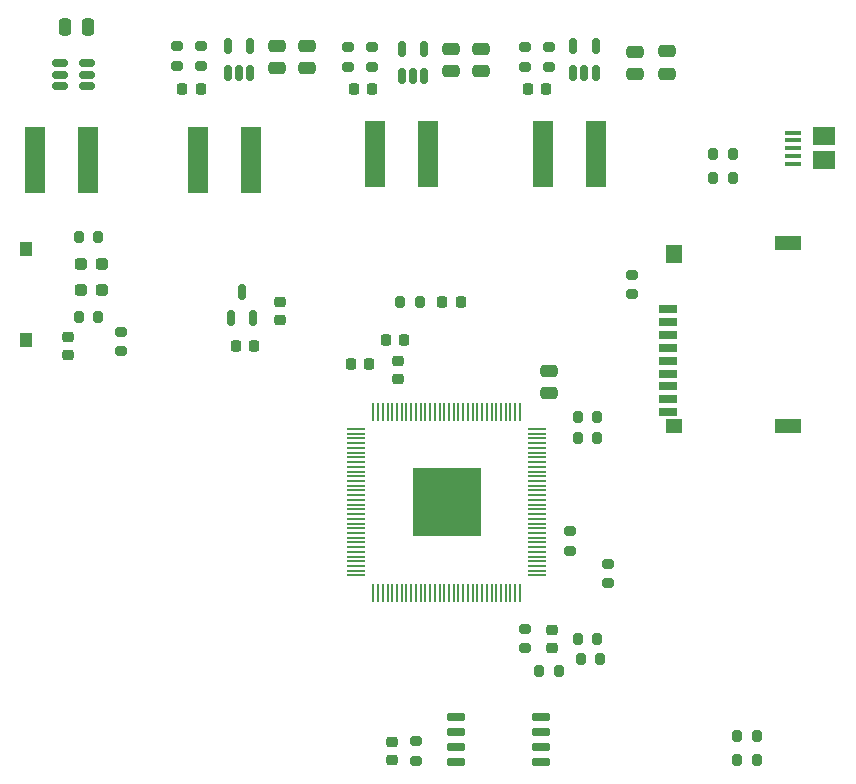
<source format=gtp>
G04 #@! TF.GenerationSoftware,KiCad,Pcbnew,8.0.8*
G04 #@! TF.CreationDate,2025-04-08T21:38:23+05:30*
G04 #@! TF.ProjectId,kaage_pi,6b616167-655f-4706-992e-6b696361645f,rev?*
G04 #@! TF.SameCoordinates,Original*
G04 #@! TF.FileFunction,Paste,Top*
G04 #@! TF.FilePolarity,Positive*
%FSLAX46Y46*%
G04 Gerber Fmt 4.6, Leading zero omitted, Abs format (unit mm)*
G04 Created by KiCad (PCBNEW 8.0.8) date 2025-04-08 21:38:23*
%MOMM*%
%LPD*%
G01*
G04 APERTURE LIST*
G04 Aperture macros list*
%AMRoundRect*
0 Rectangle with rounded corners*
0 $1 Rounding radius*
0 $2 $3 $4 $5 $6 $7 $8 $9 X,Y pos of 4 corners*
0 Add a 4 corners polygon primitive as box body*
4,1,4,$2,$3,$4,$5,$6,$7,$8,$9,$2,$3,0*
0 Add four circle primitives for the rounded corners*
1,1,$1+$1,$2,$3*
1,1,$1+$1,$4,$5*
1,1,$1+$1,$6,$7*
1,1,$1+$1,$8,$9*
0 Add four rect primitives between the rounded corners*
20,1,$1+$1,$2,$3,$4,$5,0*
20,1,$1+$1,$4,$5,$6,$7,0*
20,1,$1+$1,$6,$7,$8,$9,0*
20,1,$1+$1,$8,$9,$2,$3,0*%
G04 Aperture macros list end*
%ADD10R,1.000000X1.250000*%
%ADD11RoundRect,0.250000X0.475000X-0.250000X0.475000X0.250000X-0.475000X0.250000X-0.475000X-0.250000X0*%
%ADD12R,1.700000X5.700000*%
%ADD13RoundRect,0.200000X0.275000X-0.200000X0.275000X0.200000X-0.275000X0.200000X-0.275000X-0.200000X0*%
%ADD14RoundRect,0.150000X-0.512500X-0.150000X0.512500X-0.150000X0.512500X0.150000X-0.512500X0.150000X0*%
%ADD15RoundRect,0.200000X-0.275000X0.200000X-0.275000X-0.200000X0.275000X-0.200000X0.275000X0.200000X0*%
%ADD16RoundRect,0.200000X-0.200000X-0.275000X0.200000X-0.275000X0.200000X0.275000X-0.200000X0.275000X0*%
%ADD17RoundRect,0.225000X-0.250000X0.225000X-0.250000X-0.225000X0.250000X-0.225000X0.250000X0.225000X0*%
%ADD18RoundRect,0.225000X0.250000X-0.225000X0.250000X0.225000X-0.250000X0.225000X-0.250000X-0.225000X0*%
%ADD19RoundRect,0.250000X-0.475000X0.250000X-0.475000X-0.250000X0.475000X-0.250000X0.475000X0.250000X0*%
%ADD20RoundRect,0.150000X0.150000X-0.512500X0.150000X0.512500X-0.150000X0.512500X-0.150000X-0.512500X0*%
%ADD21RoundRect,0.225000X0.225000X0.250000X-0.225000X0.250000X-0.225000X-0.250000X0.225000X-0.250000X0*%
%ADD22RoundRect,0.150000X-0.650000X-0.150000X0.650000X-0.150000X0.650000X0.150000X-0.650000X0.150000X0*%
%ADD23RoundRect,0.200000X0.200000X0.275000X-0.200000X0.275000X-0.200000X-0.275000X0.200000X-0.275000X0*%
%ADD24RoundRect,0.237500X-0.287500X-0.237500X0.287500X-0.237500X0.287500X0.237500X-0.287500X0.237500X0*%
%ADD25RoundRect,0.225000X-0.225000X-0.250000X0.225000X-0.250000X0.225000X0.250000X-0.225000X0.250000X0*%
%ADD26R,1.350000X0.400000*%
%ADD27R,1.900000X1.500000*%
%ADD28RoundRect,0.250000X0.250000X0.475000X-0.250000X0.475000X-0.250000X-0.475000X0.250000X-0.475000X0*%
%ADD29R,1.600000X0.700000*%
%ADD30R,1.400000X1.200000*%
%ADD31R,2.200000X1.200000*%
%ADD32R,1.400000X1.600000*%
%ADD33RoundRect,0.062500X-0.675000X-0.062500X0.675000X-0.062500X0.675000X0.062500X-0.675000X0.062500X0*%
%ADD34RoundRect,0.062500X-0.062500X-0.675000X0.062500X-0.675000X0.062500X0.675000X-0.062500X0.675000X0*%
%ADD35R,5.720000X5.720000*%
G04 APERTURE END LIST*
D10*
X118500000Y-84250000D03*
X118500000Y-76500000D03*
D11*
X162750000Y-88700000D03*
X162750000Y-86800000D03*
D12*
X119250000Y-69000000D03*
X123750000Y-69000000D03*
D13*
X151500000Y-119825000D03*
X151500000Y-118175000D03*
D14*
X121362500Y-60800000D03*
X121362500Y-61750000D03*
X121362500Y-62700000D03*
X123637500Y-62700000D03*
X123637500Y-61750000D03*
X123637500Y-60800000D03*
D15*
X131250000Y-59350000D03*
X131250000Y-61000000D03*
D16*
X165175000Y-109500000D03*
X166825000Y-109500000D03*
D17*
X122000000Y-83975000D03*
X122000000Y-85525000D03*
D18*
X150000000Y-87525000D03*
X150000000Y-85975000D03*
D12*
X162250000Y-68500000D03*
X166750000Y-68500000D03*
D19*
X154500000Y-59550000D03*
X154500000Y-61450000D03*
D20*
X164800000Y-61637500D03*
X165750000Y-61637500D03*
X166700000Y-61637500D03*
X166700000Y-59362500D03*
X164800000Y-59362500D03*
D21*
X133275000Y-63000000D03*
X131725000Y-63000000D03*
D22*
X154900000Y-116095000D03*
X154900000Y-117365000D03*
X154900000Y-118635000D03*
X154900000Y-119905000D03*
X162100000Y-119905000D03*
X162100000Y-118635000D03*
X162100000Y-117365000D03*
X162100000Y-116095000D03*
D15*
X164500000Y-100425000D03*
X164500000Y-102075000D03*
D16*
X178675000Y-119750000D03*
X180325000Y-119750000D03*
D23*
X151825000Y-81000000D03*
X150175000Y-81000000D03*
D21*
X137775000Y-84750000D03*
X136225000Y-84750000D03*
D13*
X167750000Y-104825000D03*
X167750000Y-103175000D03*
D19*
X139750000Y-59300000D03*
X139750000Y-61200000D03*
D23*
X166825000Y-92500000D03*
X165175000Y-92500000D03*
D18*
X140000000Y-82525000D03*
X140000000Y-80975000D03*
D21*
X162525000Y-63000000D03*
X160975000Y-63000000D03*
D15*
X160750000Y-59425000D03*
X160750000Y-61075000D03*
D24*
X123125000Y-77750000D03*
X124875000Y-77750000D03*
D16*
X122925000Y-82250000D03*
X124575000Y-82250000D03*
D13*
X160750000Y-110325000D03*
X160750000Y-108675000D03*
D23*
X178325000Y-70500000D03*
X176675000Y-70500000D03*
D19*
X172750000Y-59750000D03*
X172750000Y-61650000D03*
D13*
X162750000Y-61075000D03*
X162750000Y-59425000D03*
D21*
X150500000Y-84250000D03*
X148950000Y-84250000D03*
D15*
X126500000Y-83500000D03*
X126500000Y-85150000D03*
D16*
X165425000Y-111250000D03*
X167075000Y-111250000D03*
D25*
X153725000Y-81000000D03*
X155275000Y-81000000D03*
D21*
X147550000Y-86250000D03*
X146000000Y-86250000D03*
D12*
X148000000Y-68500000D03*
X152500000Y-68500000D03*
D21*
X147775000Y-63000000D03*
X146225000Y-63000000D03*
D26*
X183380000Y-69270000D03*
X183380000Y-68620000D03*
X183380000Y-67970000D03*
X183380000Y-67320000D03*
X183380000Y-66670000D03*
D27*
X186080000Y-68970000D03*
X186080000Y-66970000D03*
D15*
X145750000Y-59425000D03*
X145750000Y-61075000D03*
D17*
X163000000Y-108725000D03*
X163000000Y-110275000D03*
D16*
X122925000Y-75500000D03*
X124575000Y-75500000D03*
D17*
X149500000Y-118225000D03*
X149500000Y-119775000D03*
D20*
X135800000Y-82387500D03*
X137700000Y-82387500D03*
X136750000Y-80112500D03*
D13*
X147750000Y-61075000D03*
X147750000Y-59425000D03*
D16*
X178675000Y-117750000D03*
X180325000Y-117750000D03*
D23*
X166825000Y-90750000D03*
X165175000Y-90750000D03*
D28*
X123700000Y-57750000D03*
X121800000Y-57750000D03*
D19*
X157000000Y-59550000D03*
X157000000Y-61450000D03*
D13*
X169750000Y-80325000D03*
X169750000Y-78675000D03*
D19*
X170000000Y-59800000D03*
X170000000Y-61700000D03*
D16*
X161925000Y-112250000D03*
X163575000Y-112250000D03*
D29*
X172850000Y-81550000D03*
X172850000Y-82650000D03*
X172850000Y-83750000D03*
X172850000Y-84850000D03*
X172850000Y-85950000D03*
D30*
X173350000Y-91500000D03*
D31*
X182950000Y-91500000D03*
D29*
X172850000Y-87050000D03*
D32*
X173350000Y-76900000D03*
D31*
X182950000Y-76000000D03*
D29*
X172850000Y-88150000D03*
X172850000Y-89250000D03*
X172850000Y-90350000D03*
D24*
X123125000Y-80000000D03*
X124875000Y-80000000D03*
D20*
X150300000Y-61887500D03*
X151250000Y-61887500D03*
X152200000Y-61887500D03*
X152200000Y-59612500D03*
X150300000Y-59612500D03*
X135550000Y-61637500D03*
X136500000Y-61637500D03*
X137450000Y-61637500D03*
X137450000Y-59362500D03*
X135550000Y-59362500D03*
D33*
X146425000Y-91750000D03*
X146425000Y-92150000D03*
X146425000Y-92550000D03*
X146425000Y-92950000D03*
X146425000Y-93350000D03*
X146425000Y-93750000D03*
X146425000Y-94150000D03*
X146425000Y-94550000D03*
X146425000Y-94950000D03*
X146425000Y-95350000D03*
X146425000Y-95750000D03*
X146425000Y-96150000D03*
X146425000Y-96550000D03*
X146425000Y-96950000D03*
X146425000Y-97350000D03*
X146425000Y-97750000D03*
X146425000Y-98150000D03*
X146425000Y-98550000D03*
X146425000Y-98950000D03*
X146425000Y-99350000D03*
X146425000Y-99750000D03*
X146425000Y-100150000D03*
X146425000Y-100550000D03*
X146425000Y-100950000D03*
X146425000Y-101350000D03*
X146425000Y-101750000D03*
X146425000Y-102150000D03*
X146425000Y-102550000D03*
X146425000Y-102950000D03*
X146425000Y-103350000D03*
X146425000Y-103750000D03*
X146425000Y-104150000D03*
D34*
X147887500Y-105612500D03*
X148287500Y-105612500D03*
X148687500Y-105612500D03*
X149087500Y-105612500D03*
X149487500Y-105612500D03*
X149887500Y-105612500D03*
X150287500Y-105612500D03*
X150687500Y-105612500D03*
X151087500Y-105612500D03*
X151487500Y-105612500D03*
X151887500Y-105612500D03*
X152287500Y-105612500D03*
X152687500Y-105612500D03*
X153087500Y-105612500D03*
X153487500Y-105612500D03*
X153887500Y-105612500D03*
X154287500Y-105612500D03*
X154687500Y-105612500D03*
X155087500Y-105612500D03*
X155487500Y-105612500D03*
X155887500Y-105612500D03*
X156287500Y-105612500D03*
X156687500Y-105612500D03*
X157087500Y-105612500D03*
X157487500Y-105612500D03*
X157887500Y-105612500D03*
X158287500Y-105612500D03*
X158687500Y-105612500D03*
X159087500Y-105612500D03*
X159487500Y-105612500D03*
X159887500Y-105612500D03*
X160287500Y-105612500D03*
D33*
X161750000Y-104150000D03*
X161750000Y-103750000D03*
X161750000Y-103350000D03*
X161750000Y-102950000D03*
X161750000Y-102550000D03*
X161750000Y-102150000D03*
X161750000Y-101750000D03*
X161750000Y-101350000D03*
X161750000Y-100950000D03*
X161750000Y-100550000D03*
X161750000Y-100150000D03*
X161750000Y-99750000D03*
X161750000Y-99350000D03*
X161750000Y-98950000D03*
X161750000Y-98550000D03*
X161750000Y-98150000D03*
X161750000Y-97750000D03*
X161750000Y-97350000D03*
X161750000Y-96950000D03*
X161750000Y-96550000D03*
X161750000Y-96150000D03*
X161750000Y-95750000D03*
X161750000Y-95350000D03*
X161750000Y-94950000D03*
X161750000Y-94550000D03*
X161750000Y-94150000D03*
X161750000Y-93750000D03*
X161750000Y-93350000D03*
X161750000Y-92950000D03*
X161750000Y-92550000D03*
X161750000Y-92150000D03*
X161750000Y-91750000D03*
D34*
X160287500Y-90287500D03*
X159887500Y-90287500D03*
X159487500Y-90287500D03*
X159087500Y-90287500D03*
X158687500Y-90287500D03*
X158287500Y-90287500D03*
X157887500Y-90287500D03*
X157487500Y-90287500D03*
X157087500Y-90287500D03*
X156687500Y-90287500D03*
X156287500Y-90287500D03*
X155887500Y-90287500D03*
X155487500Y-90287500D03*
X155087500Y-90287500D03*
X154687500Y-90287500D03*
X154287500Y-90287500D03*
X153887500Y-90287500D03*
X153487500Y-90287500D03*
X153087500Y-90287500D03*
X152687500Y-90287500D03*
X152287500Y-90287500D03*
X151887500Y-90287500D03*
X151487500Y-90287500D03*
X151087500Y-90287500D03*
X150687500Y-90287500D03*
X150287500Y-90287500D03*
X149887500Y-90287500D03*
X149487500Y-90287500D03*
X149087500Y-90287500D03*
X148687500Y-90287500D03*
X148287500Y-90287500D03*
X147887500Y-90287500D03*
D35*
X154087500Y-97950000D03*
D23*
X178325000Y-68500000D03*
X176675000Y-68500000D03*
D12*
X133000000Y-69000000D03*
X137500000Y-69000000D03*
D19*
X142250000Y-59300000D03*
X142250000Y-61200000D03*
D13*
X133250000Y-61000000D03*
X133250000Y-59350000D03*
M02*

</source>
